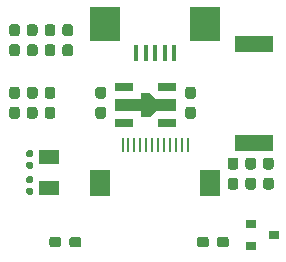
<source format=gtp>
G04 #@! TF.GenerationSoftware,KiCad,Pcbnew,(5.1.9-0-10_14)*
G04 #@! TF.CreationDate,2021-04-11T20:05:45+09:00*
G04 #@! TF.ProjectId,RL78Display,524c3738-4469-4737-906c-61792e6b6963,V1.0*
G04 #@! TF.SameCoordinates,Original*
G04 #@! TF.FileFunction,Paste,Top*
G04 #@! TF.FilePolarity,Positive*
%FSLAX46Y46*%
G04 Gerber Fmt 4.6, Leading zero omitted, Abs format (unit mm)*
G04 Created by KiCad (PCBNEW (5.1.9-0-10_14)) date 2021-04-11 20:05:45*
%MOMM*%
%LPD*%
G01*
G04 APERTURE LIST*
%ADD10R,3.200000X1.400000*%
%ADD11R,1.800000X1.200000*%
%ADD12R,1.500000X0.700000*%
%ADD13C,0.100000*%
%ADD14R,0.900000X0.800000*%
%ADD15R,1.800000X2.200000*%
%ADD16R,0.150000X1.300000*%
%ADD17R,2.500000X3.000000*%
%ADD18R,0.400000X1.400000*%
G04 APERTURE END LIST*
D10*
X8400000Y8700000D03*
X8400000Y300000D03*
D11*
X-9000000Y-3500000D03*
X-9000000Y-900000D03*
D12*
X1050000Y5000000D03*
X1050000Y2000000D03*
X-2650000Y5000000D03*
X-2650000Y2000000D03*
D13*
G36*
X100000Y4000000D02*
G01*
X1800000Y4000000D01*
X1800000Y3000000D01*
X100000Y3000000D01*
X-400000Y2500000D01*
X-1200000Y2500000D01*
X-1200000Y3000000D01*
X-3400000Y3000000D01*
X-3400000Y4000000D01*
X-1200000Y4000000D01*
X-1200000Y4500000D01*
X-400000Y4500000D01*
X100000Y4000000D01*
G37*
G36*
G01*
X9375000Y-950000D02*
X9825000Y-950000D01*
G75*
G02*
X10050000Y-1175000I0J-225000D01*
G01*
X10050000Y-1725000D01*
G75*
G02*
X9825000Y-1950000I-225000J0D01*
G01*
X9375000Y-1950000D01*
G75*
G02*
X9150000Y-1725000I0J225000D01*
G01*
X9150000Y-1175000D01*
G75*
G02*
X9375000Y-950000I225000J0D01*
G01*
G37*
G36*
G01*
X9375000Y-2650000D02*
X9825000Y-2650000D01*
G75*
G02*
X10050000Y-2875000I0J-225000D01*
G01*
X10050000Y-3425000D01*
G75*
G02*
X9825000Y-3650000I-225000J0D01*
G01*
X9375000Y-3650000D01*
G75*
G02*
X9150000Y-3425000I0J225000D01*
G01*
X9150000Y-2875000D01*
G75*
G02*
X9375000Y-2650000I225000J0D01*
G01*
G37*
G36*
G01*
X8325000Y-3650000D02*
X7875000Y-3650000D01*
G75*
G02*
X7650000Y-3425000I0J225000D01*
G01*
X7650000Y-2875000D01*
G75*
G02*
X7875000Y-2650000I225000J0D01*
G01*
X8325000Y-2650000D01*
G75*
G02*
X8550000Y-2875000I0J-225000D01*
G01*
X8550000Y-3425000D01*
G75*
G02*
X8325000Y-3650000I-225000J0D01*
G01*
G37*
G36*
G01*
X8325000Y-1950000D02*
X7875000Y-1950000D01*
G75*
G02*
X7650000Y-1725000I0J225000D01*
G01*
X7650000Y-1175000D01*
G75*
G02*
X7875000Y-950000I225000J0D01*
G01*
X8325000Y-950000D01*
G75*
G02*
X8550000Y-1175000I0J-225000D01*
G01*
X8550000Y-1725000D01*
G75*
G02*
X8325000Y-1950000I-225000J0D01*
G01*
G37*
G36*
G01*
X6825000Y-3650000D02*
X6375000Y-3650000D01*
G75*
G02*
X6150000Y-3425000I0J225000D01*
G01*
X6150000Y-2875000D01*
G75*
G02*
X6375000Y-2650000I225000J0D01*
G01*
X6825000Y-2650000D01*
G75*
G02*
X7050000Y-2875000I0J-225000D01*
G01*
X7050000Y-3425000D01*
G75*
G02*
X6825000Y-3650000I-225000J0D01*
G01*
G37*
G36*
G01*
X6825000Y-1950000D02*
X6375000Y-1950000D01*
G75*
G02*
X6150000Y-1725000I0J225000D01*
G01*
X6150000Y-1175000D01*
G75*
G02*
X6375000Y-950000I225000J0D01*
G01*
X6825000Y-950000D01*
G75*
G02*
X7050000Y-1175000I0J-225000D01*
G01*
X7050000Y-1725000D01*
G75*
G02*
X6825000Y-1950000I-225000J0D01*
G01*
G37*
G36*
G01*
X6250000Y-7875000D02*
X6250000Y-8325000D01*
G75*
G02*
X6025000Y-8550000I-225000J0D01*
G01*
X5475000Y-8550000D01*
G75*
G02*
X5250000Y-8325000I0J225000D01*
G01*
X5250000Y-7875000D01*
G75*
G02*
X5475000Y-7650000I225000J0D01*
G01*
X6025000Y-7650000D01*
G75*
G02*
X6250000Y-7875000I0J-225000D01*
G01*
G37*
G36*
G01*
X4550000Y-7875000D02*
X4550000Y-8325000D01*
G75*
G02*
X4325000Y-8550000I-225000J0D01*
G01*
X3775000Y-8550000D01*
G75*
G02*
X3550000Y-8325000I0J225000D01*
G01*
X3550000Y-7875000D01*
G75*
G02*
X3775000Y-7650000I225000J0D01*
G01*
X4325000Y-7650000D01*
G75*
G02*
X4550000Y-7875000I0J-225000D01*
G01*
G37*
G36*
G01*
X-10175000Y7650000D02*
X-10625000Y7650000D01*
G75*
G02*
X-10850000Y7875000I0J225000D01*
G01*
X-10850000Y8425000D01*
G75*
G02*
X-10625000Y8650000I225000J0D01*
G01*
X-10175000Y8650000D01*
G75*
G02*
X-9950000Y8425000I0J-225000D01*
G01*
X-9950000Y7875000D01*
G75*
G02*
X-10175000Y7650000I-225000J0D01*
G01*
G37*
G36*
G01*
X-10175000Y9350000D02*
X-10625000Y9350000D01*
G75*
G02*
X-10850000Y9575000I0J225000D01*
G01*
X-10850000Y10125000D01*
G75*
G02*
X-10625000Y10350000I225000J0D01*
G01*
X-10175000Y10350000D01*
G75*
G02*
X-9950000Y10125000I0J-225000D01*
G01*
X-9950000Y9575000D01*
G75*
G02*
X-10175000Y9350000I-225000J0D01*
G01*
G37*
G36*
G01*
X-8675000Y2350000D02*
X-9125000Y2350000D01*
G75*
G02*
X-9350000Y2575000I0J225000D01*
G01*
X-9350000Y3125000D01*
G75*
G02*
X-9125000Y3350000I225000J0D01*
G01*
X-8675000Y3350000D01*
G75*
G02*
X-8450000Y3125000I0J-225000D01*
G01*
X-8450000Y2575000D01*
G75*
G02*
X-8675000Y2350000I-225000J0D01*
G01*
G37*
G36*
G01*
X-8675000Y4050000D02*
X-9125000Y4050000D01*
G75*
G02*
X-9350000Y4275000I0J225000D01*
G01*
X-9350000Y4825000D01*
G75*
G02*
X-9125000Y5050000I225000J0D01*
G01*
X-8675000Y5050000D01*
G75*
G02*
X-8450000Y4825000I0J-225000D01*
G01*
X-8450000Y4275000D01*
G75*
G02*
X-8675000Y4050000I-225000J0D01*
G01*
G37*
D14*
X8100000Y-6550000D03*
X8100000Y-8450000D03*
X10100000Y-7500000D03*
G36*
G01*
X-8675000Y7650000D02*
X-9125000Y7650000D01*
G75*
G02*
X-9350000Y7875000I0J225000D01*
G01*
X-9350000Y8425000D01*
G75*
G02*
X-9125000Y8650000I225000J0D01*
G01*
X-8675000Y8650000D01*
G75*
G02*
X-8450000Y8425000I0J-225000D01*
G01*
X-8450000Y7875000D01*
G75*
G02*
X-8675000Y7650000I-225000J0D01*
G01*
G37*
G36*
G01*
X-8675000Y9350000D02*
X-9125000Y9350000D01*
G75*
G02*
X-9350000Y9575000I0J225000D01*
G01*
X-9350000Y10125000D01*
G75*
G02*
X-9125000Y10350000I225000J0D01*
G01*
X-8675000Y10350000D01*
G75*
G02*
X-8450000Y10125000I0J-225000D01*
G01*
X-8450000Y9575000D01*
G75*
G02*
X-8675000Y9350000I-225000J0D01*
G01*
G37*
D15*
X4650000Y-3100000D03*
X-4650000Y-3100000D03*
D16*
X-2750000Y150000D03*
X-2250000Y150000D03*
X-1750000Y150000D03*
X-1250000Y150000D03*
X-750000Y150000D03*
X-250000Y150000D03*
X250000Y150000D03*
X750000Y150000D03*
X1250000Y150000D03*
X1750000Y150000D03*
X2250000Y150000D03*
X2750000Y150000D03*
D17*
X-4200000Y10400000D03*
X4200000Y10400000D03*
D18*
X-1600000Y7900000D03*
X-800000Y7900000D03*
X0Y7900000D03*
X800000Y7900000D03*
X1600000Y7900000D03*
G36*
G01*
X-7625000Y10350000D02*
X-7175000Y10350000D01*
G75*
G02*
X-6950000Y10125000I0J-225000D01*
G01*
X-6950000Y9575000D01*
G75*
G02*
X-7175000Y9350000I-225000J0D01*
G01*
X-7625000Y9350000D01*
G75*
G02*
X-7850000Y9575000I0J225000D01*
G01*
X-7850000Y10125000D01*
G75*
G02*
X-7625000Y10350000I225000J0D01*
G01*
G37*
G36*
G01*
X-7625000Y8650000D02*
X-7175000Y8650000D01*
G75*
G02*
X-6950000Y8425000I0J-225000D01*
G01*
X-6950000Y7875000D01*
G75*
G02*
X-7175000Y7650000I-225000J0D01*
G01*
X-7625000Y7650000D01*
G75*
G02*
X-7850000Y7875000I0J225000D01*
G01*
X-7850000Y8425000D01*
G75*
G02*
X-7625000Y8650000I225000J0D01*
G01*
G37*
G36*
G01*
X-11675000Y7650000D02*
X-12125000Y7650000D01*
G75*
G02*
X-12350000Y7875000I0J225000D01*
G01*
X-12350000Y8425000D01*
G75*
G02*
X-12125000Y8650000I225000J0D01*
G01*
X-11675000Y8650000D01*
G75*
G02*
X-11450000Y8425000I0J-225000D01*
G01*
X-11450000Y7875000D01*
G75*
G02*
X-11675000Y7650000I-225000J0D01*
G01*
G37*
G36*
G01*
X-11675000Y9350000D02*
X-12125000Y9350000D01*
G75*
G02*
X-12350000Y9575000I0J225000D01*
G01*
X-12350000Y10125000D01*
G75*
G02*
X-12125000Y10350000I225000J0D01*
G01*
X-11675000Y10350000D01*
G75*
G02*
X-11450000Y10125000I0J-225000D01*
G01*
X-11450000Y9575000D01*
G75*
G02*
X-11675000Y9350000I-225000J0D01*
G01*
G37*
G36*
G01*
X-10175000Y2350000D02*
X-10625000Y2350000D01*
G75*
G02*
X-10850000Y2575000I0J225000D01*
G01*
X-10850000Y3125000D01*
G75*
G02*
X-10625000Y3350000I225000J0D01*
G01*
X-10175000Y3350000D01*
G75*
G02*
X-9950000Y3125000I0J-225000D01*
G01*
X-9950000Y2575000D01*
G75*
G02*
X-10175000Y2350000I-225000J0D01*
G01*
G37*
G36*
G01*
X-10175000Y4050000D02*
X-10625000Y4050000D01*
G75*
G02*
X-10850000Y4275000I0J225000D01*
G01*
X-10850000Y4825000D01*
G75*
G02*
X-10625000Y5050000I225000J0D01*
G01*
X-10175000Y5050000D01*
G75*
G02*
X-9950000Y4825000I0J-225000D01*
G01*
X-9950000Y4275000D01*
G75*
G02*
X-10175000Y4050000I-225000J0D01*
G01*
G37*
G36*
G01*
X-11675000Y2350000D02*
X-12125000Y2350000D01*
G75*
G02*
X-12350000Y2575000I0J225000D01*
G01*
X-12350000Y3125000D01*
G75*
G02*
X-12125000Y3350000I225000J0D01*
G01*
X-11675000Y3350000D01*
G75*
G02*
X-11450000Y3125000I0J-225000D01*
G01*
X-11450000Y2575000D01*
G75*
G02*
X-11675000Y2350000I-225000J0D01*
G01*
G37*
G36*
G01*
X-11675000Y4050000D02*
X-12125000Y4050000D01*
G75*
G02*
X-12350000Y4275000I0J225000D01*
G01*
X-12350000Y4825000D01*
G75*
G02*
X-12125000Y5050000I225000J0D01*
G01*
X-11675000Y5050000D01*
G75*
G02*
X-11450000Y4825000I0J-225000D01*
G01*
X-11450000Y4275000D01*
G75*
G02*
X-11675000Y4050000I-225000J0D01*
G01*
G37*
G36*
G01*
X-8950000Y-8325000D02*
X-8950000Y-7875000D01*
G75*
G02*
X-8725000Y-7650000I225000J0D01*
G01*
X-8175000Y-7650000D01*
G75*
G02*
X-7950000Y-7875000I0J-225000D01*
G01*
X-7950000Y-8325000D01*
G75*
G02*
X-8175000Y-8550000I-225000J0D01*
G01*
X-8725000Y-8550000D01*
G75*
G02*
X-8950000Y-8325000I0J225000D01*
G01*
G37*
G36*
G01*
X-7250000Y-8325000D02*
X-7250000Y-7875000D01*
G75*
G02*
X-7025000Y-7650000I225000J0D01*
G01*
X-6475000Y-7650000D01*
G75*
G02*
X-6250000Y-7875000I0J-225000D01*
G01*
X-6250000Y-8325000D01*
G75*
G02*
X-6475000Y-8550000I-225000J0D01*
G01*
X-7025000Y-8550000D01*
G75*
G02*
X-7250000Y-8325000I0J225000D01*
G01*
G37*
G36*
G01*
X3225000Y2350000D02*
X2775000Y2350000D01*
G75*
G02*
X2550000Y2575000I0J225000D01*
G01*
X2550000Y3125000D01*
G75*
G02*
X2775000Y3350000I225000J0D01*
G01*
X3225000Y3350000D01*
G75*
G02*
X3450000Y3125000I0J-225000D01*
G01*
X3450000Y2575000D01*
G75*
G02*
X3225000Y2350000I-225000J0D01*
G01*
G37*
G36*
G01*
X3225000Y4050000D02*
X2775000Y4050000D01*
G75*
G02*
X2550000Y4275000I0J225000D01*
G01*
X2550000Y4825000D01*
G75*
G02*
X2775000Y5050000I225000J0D01*
G01*
X3225000Y5050000D01*
G75*
G02*
X3450000Y4825000I0J-225000D01*
G01*
X3450000Y4275000D01*
G75*
G02*
X3225000Y4050000I-225000J0D01*
G01*
G37*
G36*
G01*
X-4825000Y5050000D02*
X-4375000Y5050000D01*
G75*
G02*
X-4150000Y4825000I0J-225000D01*
G01*
X-4150000Y4275000D01*
G75*
G02*
X-4375000Y4050000I-225000J0D01*
G01*
X-4825000Y4050000D01*
G75*
G02*
X-5050000Y4275000I0J225000D01*
G01*
X-5050000Y4825000D01*
G75*
G02*
X-4825000Y5050000I225000J0D01*
G01*
G37*
G36*
G01*
X-4825000Y3350000D02*
X-4375000Y3350000D01*
G75*
G02*
X-4150000Y3125000I0J-225000D01*
G01*
X-4150000Y2575000D01*
G75*
G02*
X-4375000Y2350000I-225000J0D01*
G01*
X-4825000Y2350000D01*
G75*
G02*
X-5050000Y2575000I0J225000D01*
G01*
X-5050000Y3125000D01*
G75*
G02*
X-4825000Y3350000I225000J0D01*
G01*
G37*
G36*
G01*
X-10450000Y-4100000D02*
X-10750000Y-4100000D01*
G75*
G02*
X-10900000Y-3950000I0J150000D01*
G01*
X-10900000Y-3650000D01*
G75*
G02*
X-10750000Y-3500000I150000J0D01*
G01*
X-10450000Y-3500000D01*
G75*
G02*
X-10300000Y-3650000I0J-150000D01*
G01*
X-10300000Y-3950000D01*
G75*
G02*
X-10450000Y-4100000I-150000J0D01*
G01*
G37*
G36*
G01*
X-10450000Y-3100000D02*
X-10750000Y-3100000D01*
G75*
G02*
X-10900000Y-2950000I0J150000D01*
G01*
X-10900000Y-2650000D01*
G75*
G02*
X-10750000Y-2500000I150000J0D01*
G01*
X-10450000Y-2500000D01*
G75*
G02*
X-10300000Y-2650000I0J-150000D01*
G01*
X-10300000Y-2950000D01*
G75*
G02*
X-10450000Y-3100000I-150000J0D01*
G01*
G37*
G36*
G01*
X-10750000Y-300000D02*
X-10450000Y-300000D01*
G75*
G02*
X-10300000Y-450000I0J-150000D01*
G01*
X-10300000Y-750000D01*
G75*
G02*
X-10450000Y-900000I-150000J0D01*
G01*
X-10750000Y-900000D01*
G75*
G02*
X-10900000Y-750000I0J150000D01*
G01*
X-10900000Y-450000D01*
G75*
G02*
X-10750000Y-300000I150000J0D01*
G01*
G37*
G36*
G01*
X-10750000Y-1300000D02*
X-10450000Y-1300000D01*
G75*
G02*
X-10300000Y-1450000I0J-150000D01*
G01*
X-10300000Y-1750000D01*
G75*
G02*
X-10450000Y-1900000I-150000J0D01*
G01*
X-10750000Y-1900000D01*
G75*
G02*
X-10900000Y-1750000I0J150000D01*
G01*
X-10900000Y-1450000D01*
G75*
G02*
X-10750000Y-1300000I150000J0D01*
G01*
G37*
M02*

</source>
